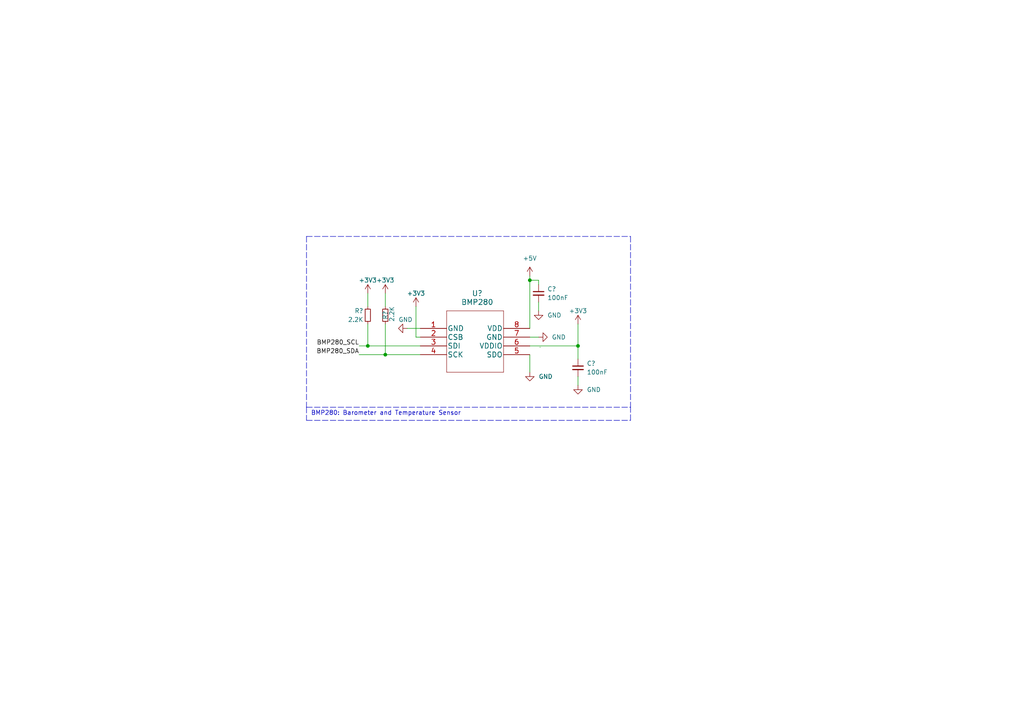
<source format=kicad_sch>
(kicad_sch (version 20211123) (generator eeschema)
  (paper "A4")
  (lib_symbols
    (symbol "2022-02-05_19-44-07:BMP280" (pin_names (offset 0.254))
      (property "Reference" "U1" (at 16.51 10.16 0))
      (property "Value" "BMP280" (at 16.51 7.62 0))
      (symbol "BMP280_1_1"
        (polyline (pts (xy 7.62 -12.7) (xy 24.13 -12.7)) (stroke (width 0.127)))
        (polyline (pts (xy 7.62 5.08) (xy 7.62 -12.7)) (stroke (width 0.127)))
        (polyline (pts (xy 24.13 -12.7) (xy 24.13 5.08)) (stroke (width 0.127)))
        (polyline (pts (xy 24.13 5.08) (xy 7.62 5.08)) (stroke (width 0.127)))
        (pin power_out line (at 0 0 0) (length 7.62) (name "GND") (number "1"))
        (pin passive line (at 0 -2.54 0) (length 7.62) (name "CSB") (number "2"))
        (pin passive line (at 0 -5.08 0) (length 7.62) (name "SDI") (number "3"))
        (pin passive line (at 0 -7.62 0) (length 7.62) (name "SCK") (number "4"))
        (pin passive line (at 31.75 -7.62 180) (length 7.62) (name "SDO") (number "5"))
        (pin power_in line (at 31.75 -5.08 180) (length 7.62) (name "VDDIO") (number "6"))
        (pin power_out line (at 31.75 -2.54 180) (length 7.62) (name "GND") (number "7"))
        (pin power_in line (at 31.75 0 180) (length 7.62) (name "VDD") (number "8"))
      )
    )
    (symbol "Device:C_Small" (pin_numbers hide) (pin_names (offset 0.254) hide)
      (property "Reference" "C" (at 0.254 1.778 0))
      (property "Value" "C_Small" (at 0.254 -2.032 0))
      (symbol "C_Small_0_1"
        (polyline (pts (xy -1.524 -0.508) (xy 1.524 -0.508)) (stroke (width 0.3302)))
        (polyline (pts (xy -1.524 0.508) (xy 1.524 0.508)) (stroke (width 0.3048)))
      )
      (symbol "C_Small_1_1"
        (pin passive line (at 0 2.54 270) (length 2.032) (name "~") (number "1"))
        (pin passive line (at 0 -2.54 90) (length 2.032) (name "~") (number "2"))
      )
    )
    (symbol "Device:R_Small" (pin_numbers hide) (pin_names (offset 0.254) hide)
      (property "Reference" "R" (at 0.762 0.508 0))
      (property "Value" "R_Small" (at 0.762 -1.016 0))
      (symbol "R_Small_0_1"
        (rectangle (start -0.762 1.778) (end 0.762 -1.778) (stroke (width 0.2032)))
      )
      (symbol "R_Small_1_1"
        (pin passive line (at 0 2.54 270) (length 0.762) (name "~") (number "1"))
        (pin passive line (at 0 -2.54 90) (length 0.762) (name "~") (number "2"))
      )
    )
    (symbol "power:+3V3" (power) (pin_names (offset 0))
      (property "Value" "+3V3" (at 0 3.556 0))
      (symbol "+3V3_0_1"
        (polyline (pts (xy -0.762 1.27) (xy 0 2.54)))
        (polyline (pts (xy 0 0) (xy 0 2.54)))
        (polyline (pts (xy 0 2.54) (xy 0.762 1.27)))
      )
      (symbol "+3V3_1_1"
        (pin power_in line (at 0 0 90) (length 0) hide (name "+3V3") (number "1"))
      )
    )
    (symbol "power:+5V" (power) (pin_names (offset 0))
      (property "Value" "+5V" (at 0 3.556 0))
      (symbol "+5V_0_1"
        (polyline (pts (xy -0.762 1.27) (xy 0 2.54)))
        (polyline (pts (xy 0 0) (xy 0 2.54)))
        (polyline (pts (xy 0 2.54) (xy 0.762 1.27)))
      )
      (symbol "+5V_1_1"
        (pin power_in line (at 0 0 90) (length 0) hide (name "+5V") (number "1"))
      )
    )
    (symbol "power:GND" (power) (pin_names (offset 0))
      (property "Value" "GND" (at 0 -3.81 0))
      (symbol "GND_0_1"
        (polyline (pts (xy 0 0) (xy 0 -1.27) (xy 1.27 -1.27) (xy 0 -2.54) (xy -1.27 -1.27) (xy 0 -1.27)))
      )
      (symbol "GND_1_1"
        (pin power_in line (at 0 0 270) (length 0) hide (name "GND") (number "1"))
      )
    )
  )
  (junction (at 167.64 100.33))
  (junction (at 106.68 100.33))
  (junction (at 153.67 81.28))
  (junction (at 111.76 102.87))
  (wire (pts (xy 153.67 95.25) (xy 153.67 81.28)))
  (wire (pts (xy 167.64 109.22) (xy 167.64 111.76)))
  (wire (pts (xy 153.67 100.33) (xy 167.64 100.33)))
  (polyline (pts (xy 182.88 121.92) (xy 182.88 118.11)))
  (wire (pts (xy 156.21 87.63) (xy 156.21 90.17)))
  (wire (pts (xy 106.68 93.98) (xy 106.68 100.33)))
  (wire (pts (xy 156.21 82.55) (xy 156.21 81.28)))
  (wire (pts (xy 106.68 85.09) (xy 106.68 88.9)))
  (wire (pts (xy 104.14 102.87) (xy 111.76 102.87)))
  (polyline (pts (xy 182.88 68.58) (xy 182.88 118.11)))
  (wire (pts (xy 156.6418 100.7872) (xy 156.6418 100.6602)))
  (wire (pts (xy 111.76 93.98) (xy 111.76 102.87)))
  (polyline (pts (xy 88.9 68.58) (xy 182.88 68.58)))
  (wire (pts (xy 111.76 102.87) (xy 121.92 102.87)))
  (wire (pts (xy 153.67 102.87) (xy 153.67 107.95)))
  (wire (pts (xy 104.14 100.33) (xy 106.68 100.33)))
  (polyline (pts (xy 88.9 121.92) (xy 182.88 121.92)))
  (wire (pts (xy 106.68 100.33) (xy 121.92 100.33)))
  (wire (pts (xy 111.76 85.09) (xy 111.76 88.9)))
  (wire (pts (xy 153.67 97.79) (xy 156.21 97.79)))
  (polyline (pts (xy 88.9 118.11) (xy 88.9 121.92)))
  (wire (pts (xy 121.92 97.79) (xy 120.65 97.79)))
  (wire (pts (xy 120.65 97.79) (xy 120.65 88.9)))
  (wire (pts (xy 153.67 81.28) (xy 153.67 80.01)))
  (wire (pts (xy 167.64 93.98) (xy 167.64 100.33)))
  (polyline (pts (xy 88.9 68.58) (xy 88.9 118.11)))
  (wire (pts (xy 118.11 95.25) (xy 121.92 95.25)))
  (wire (pts (xy 167.64 100.33) (xy 167.64 104.14)))
  (polyline (pts (xy 88.9 118.11) (xy 182.88 118.11)))
  (wire (pts (xy 156.21 81.28) (xy 153.67 81.28)))
  (text "BMP280: Barometer and Temperature Sensor" (at 90.17 120.65 0) (effects (font (size 1.27 1.27)) (justify left bottom)))
  (label "BMP280_SDA" (at 104.14 102.87 180))
  (label "BMP280_SCL" (at 104.14 100.33 180))
  (symbol (lib_id "power:+3V3") (at 111.76 85.09 0) (unit 1)
    (property "Reference" "#PWR?" (effects hide))
    (property "Value" "+3V3" (at 111.76 81.28 0))
  )
  (symbol (lib_id "power:GND") (at 118.11 95.25 270) (unit 1)
    (property "Reference" "#PWR?" (effects hide))
    (property "Value" "GND" (at 115.57 92.71 90) (effects (justify left)))
  )
  (symbol (lib_id "power:GND") (at 156.21 97.79 90) (unit 1)
    (property "Reference" "#PWR?" (effects hide))
    (property "Value" "GND" (at 160.02 97.7899 90) (effects (justify right)))
  )
  (symbol (lib_id "Device:C_Small") (at 167.64 106.68 0) (unit 1)
    (property "Reference" "C?" (at 170.18 105.4162 0) (effects (justify left)))
    (property "Value" "100nF" (at 170.18 107.9562 0) (effects (justify left)))
    (property "Footprint" "Capacitor_SMD:C_0402_1005Metric_Pad0.74x0.62mm_HandSolder" (effects hide))
  )
  (symbol (lib_id "2022-02-05_19-44-07:BMP280") (at 121.92 95.25 0) (unit 1)
    (property "Reference" "U?" (at 138.43 85.09 0) (effects (font (size 1.524 1.524))))
    (property "Value" "BMP280" (at 138.43 87.63 0) (effects (font (size 1.524 1.524))))
    (property "Footprint" "footprints:BMP280" (effects hide))
  )
  (symbol (lib_id "power:GND") (at 153.67 107.95 0) (unit 1)
    (property "Reference" "#PWR?" (effects hide))
    (property "Value" "GND" (at 156.21 109.2199 0) (effects (justify left)))
  )
  (symbol (lib_id "Device:R_Small") (at 111.76 91.44 0) (mirror x) (unit 1)
    (property "Reference" "R?" (at 111.76 92.71 90) (effects (justify right)))
    (property "Value" "2.2K" (at 113.665 93.345 90) (effects (justify right)))
    (property "Footprint" "Resistor_SMD:R_0402_1005Metric_Pad0.72x0.64mm_HandSolder" (effects hide))
  )
  (symbol (lib_id "power:+5V") (at 153.67 80.01 0) (unit 1)
    (property "Reference" "#PWR?" (effects hide))
    (property "Value" "+5V" (at 153.67 74.93 0))
  )
  (symbol (lib_id "power:GND") (at 167.64 111.76 0) (unit 1)
    (property "Reference" "#PWR?" (effects hide))
    (property "Value" "GND" (at 170.18 113.0299 0) (effects (justify left)))
  )
  (symbol (lib_id "power:+3V3") (at 106.68 85.09 0) (unit 1)
    (property "Reference" "#PWR?" (effects hide))
    (property "Value" "+3V3" (at 106.68 81.28 0))
  )
  (symbol (lib_id "power:+3V3") (at 167.64 93.98 0) (unit 1)
    (property "Reference" "#PWR?" (effects hide))
    (property "Value" "+3V3" (at 167.64 90.17 0))
  )
  (symbol (lib_id "Device:R_Small") (at 106.68 91.44 0) (mirror x) (unit 1)
    (property "Reference" "R?" (at 105.41 90.17 0) (effects (justify right)))
    (property "Value" "2.2K" (at 105.41 92.71 0) (effects (justify right)))
    (property "Footprint" "Resistor_SMD:R_0402_1005Metric_Pad0.72x0.64mm_HandSolder" (effects hide))
  )
  (symbol (lib_id "power:+3V3") (at 120.65 88.9 0) (unit 1)
    (property "Reference" "#PWR?" (effects hide))
    (property "Value" "+3V3" (at 120.65 85.09 0))
  )
  (symbol (lib_id "power:GND") (at 156.21 90.17 0) (unit 1)
    (property "Reference" "#PWR?" (effects hide))
    (property "Value" "GND" (at 158.75 91.4399 0) (effects (justify left)))
  )
  (symbol (lib_id "Device:C_Small") (at 156.21 85.09 0) (unit 1)
    (property "Reference" "C?" (at 158.75 83.8262 0) (effects (justify left)))
    (property "Value" "100nF" (at 158.75 86.3662 0) (effects (justify left)))
    (property "Footprint" "Capacitor_SMD:C_0402_1005Metric_Pad0.74x0.62mm_HandSolder" (effects hide))
  )
)
</source>
